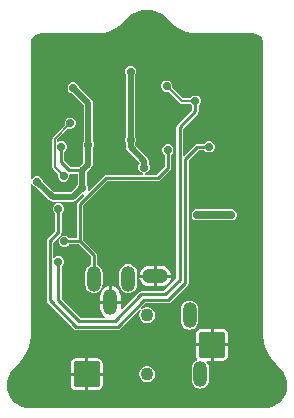
<source format=gbr>
%TF.GenerationSoftware,Altium Limited,Altium Designer,22.5.1 (42)*%
G04 Layer_Physical_Order=2*
G04 Layer_Color=15441517*
%FSLAX45Y45*%
%MOMM*%
%TF.SameCoordinates,A79CAE12-DCBF-455A-9705-E792248E02F7*%
%TF.FilePolarity,Positive*%
%TF.FileFunction,Copper,L2,Bot,Signal*%
%TF.Part,Single*%
G01*
G75*
%TA.AperFunction,Conductor*%
%ADD30C,0.12700*%
%ADD31C,0.50800*%
%ADD33C,0.25400*%
%ADD34C,0.20320*%
%ADD35C,0.63500*%
%TA.AperFunction,ComponentPad*%
%ADD38C,1.10000*%
G04:AMPARAMS|DCode=39|XSize=2.2mm|YSize=2.2mm|CornerRadius=0.22mm|HoleSize=0mm|Usage=FLASHONLY|Rotation=270.000|XOffset=0mm|YOffset=0mm|HoleType=Round|Shape=RoundedRectangle|*
%AMROUNDEDRECTD39*
21,1,2.20000,1.76000,0,0,270.0*
21,1,1.76000,2.20000,0,0,270.0*
1,1,0.44000,-0.88000,-0.88000*
1,1,0.44000,-0.88000,0.88000*
1,1,0.44000,0.88000,0.88000*
1,1,0.44000,0.88000,-0.88000*
%
%ADD39ROUNDEDRECTD39*%
G04:AMPARAMS|DCode=40|XSize=2.2mm|YSize=1.2mm|CornerRadius=0.6mm|HoleSize=0mm|Usage=FLASHONLY|Rotation=270.000|XOffset=0mm|YOffset=0mm|HoleType=Round|Shape=RoundedRectangle|*
%AMROUNDEDRECTD40*
21,1,2.20000,0.00000,0,0,270.0*
21,1,1.00000,1.20000,0,0,270.0*
1,1,1.20000,0.00000,-0.50000*
1,1,1.20000,0.00000,0.50000*
1,1,1.20000,0.00000,0.50000*
1,1,1.20000,0.00000,-0.50000*
%
%ADD40ROUNDEDRECTD40*%
G04:AMPARAMS|DCode=41|XSize=2.2mm|YSize=1.2mm|CornerRadius=0.6mm|HoleSize=0mm|Usage=FLASHONLY|Rotation=180.000|XOffset=0mm|YOffset=0mm|HoleType=Round|Shape=RoundedRectangle|*
%AMROUNDEDRECTD41*
21,1,2.20000,0.00000,0,0,180.0*
21,1,1.00000,1.20000,0,0,180.0*
1,1,1.20000,-0.50000,0.00000*
1,1,1.20000,0.50000,0.00000*
1,1,1.20000,0.50000,0.00000*
1,1,1.20000,-0.50000,0.00000*
%
%ADD41ROUNDEDRECTD41*%
%TA.AperFunction,ViaPad*%
%ADD42C,3.70000*%
%ADD43C,0.70000*%
G36*
X0Y185713D02*
X1786Y186452D01*
X44490Y182246D01*
X87271Y169269D01*
X126697Y148195D01*
X159868Y120973D01*
X160608Y119187D01*
X200095Y79700D01*
X200389Y79578D01*
X238442Y47077D01*
X281363Y20776D01*
X327869Y1512D01*
X376817Y-10239D01*
X426706Y-14166D01*
X427000Y-14288D01*
X900000D01*
X901018Y-13866D01*
X922328Y-16671D01*
X943134Y-25290D01*
X961001Y-38999D01*
X974710Y-56866D01*
X983328Y-77672D01*
X984617Y-87457D01*
X985712Y-100000D01*
X985712Y-100000D01*
X985713Y-112680D01*
Y-2448736D01*
Y-2573000D01*
X985834Y-2573295D01*
X989761Y-2623183D01*
X1001512Y-2672131D01*
X1020776Y-2718637D01*
X1047077Y-2761558D01*
X1079578Y-2799611D01*
X1079700Y-2799905D01*
X1089897Y-2810102D01*
X1089897Y-2810103D01*
X1119186Y-2839392D01*
X1120973Y-2840132D01*
X1148195Y-2873302D01*
X1169269Y-2912729D01*
X1182246Y-2955510D01*
X1186452Y-2998214D01*
X1185712Y-3000000D01*
X1186290Y-3001395D01*
X1182845Y-3036370D01*
X1172237Y-3071343D01*
X1155009Y-3103574D01*
X1131824Y-3131824D01*
X1103574Y-3155009D01*
X1071343Y-3172237D01*
X1036370Y-3182846D01*
X1001395Y-3186290D01*
X1000000Y-3185712D01*
X-1000000D01*
X-1001396Y-3186290D01*
X-1036371Y-3182846D01*
X-1071343Y-3172237D01*
X-1103574Y-3155009D01*
X-1131825Y-3131824D01*
X-1155009Y-3103574D01*
X-1172237Y-3071343D01*
X-1182846Y-3036370D01*
X-1185196Y-3012510D01*
X-1185712Y-3000000D01*
X-1185712D01*
X-1185390Y-2987433D01*
X-1182246Y-2955509D01*
X-1169269Y-2912729D01*
X-1148195Y-2873302D01*
X-1120973Y-2840132D01*
X-1119186Y-2839392D01*
X-1089897Y-2810103D01*
X-1079700Y-2799905D01*
X-1079700Y-2799905D01*
X-1079700Y-2799905D01*
X-1079578Y-2799611D01*
X-1047077Y-2761558D01*
X-1020776Y-2718637D01*
X-1001512Y-2672131D01*
X-989761Y-2623183D01*
X-985834Y-2573294D01*
X-985713Y-2573000D01*
Y-2448736D01*
Y-1293315D01*
X-973013Y-1290789D01*
X-970435Y-1297010D01*
X-957017Y-1310429D01*
X-939486Y-1317691D01*
X-937235D01*
X-827457Y-1427469D01*
X-814854Y-1435889D01*
X-799988Y-1438847D01*
X-625000D01*
X-610134Y-1435889D01*
X-597531Y-1427469D01*
X-544919Y-1374856D01*
X-538692Y-1374737D01*
X-533331Y-1387337D01*
X-585497Y-1439503D01*
X-591111Y-1447905D01*
X-593082Y-1457815D01*
Y-1749102D01*
X-659097D01*
X-659562Y-1747980D01*
X-672980Y-1734562D01*
X-690512Y-1727300D01*
X-709488D01*
X-727020Y-1734562D01*
X-740438Y-1747980D01*
X-747700Y-1765512D01*
Y-1784488D01*
X-740438Y-1802020D01*
X-727020Y-1815438D01*
X-709488Y-1822700D01*
X-690512D01*
X-672980Y-1815438D01*
X-659562Y-1802020D01*
X-659097Y-1800898D01*
X-577912D01*
X-475898Y-1902911D01*
Y-1972036D01*
X-486665Y-1976496D01*
X-501851Y-1988149D01*
X-513504Y-2003335D01*
X-520830Y-2021021D01*
X-523328Y-2039999D01*
Y-2139999D01*
X-520830Y-2158978D01*
X-513504Y-2176663D01*
X-501851Y-2191850D01*
X-486665Y-2203503D01*
X-468979Y-2210828D01*
X-450001Y-2213327D01*
X-431023Y-2210828D01*
X-413337Y-2203503D01*
X-398151Y-2191850D01*
X-386498Y-2176663D01*
X-379172Y-2158978D01*
X-376674Y-2139999D01*
Y-2039999D01*
X-379172Y-2021021D01*
X-386498Y-2003335D01*
X-398151Y-1988149D01*
X-413337Y-1976496D01*
X-424103Y-1972036D01*
Y-1892184D01*
X-426075Y-1882273D01*
X-431688Y-1873872D01*
X-541287Y-1764273D01*
Y-1468542D01*
X-334830Y-1262085D01*
X88812D01*
X98723Y-1260114D01*
X107124Y-1254500D01*
X193312Y-1168312D01*
X198926Y-1159911D01*
X200897Y-1150000D01*
Y-1040903D01*
X202020Y-1040438D01*
X215438Y-1027020D01*
X222700Y-1009488D01*
Y-990512D01*
X215438Y-972980D01*
X202020Y-959562D01*
X184488Y-952300D01*
X165512D01*
X147980Y-959562D01*
X134562Y-972980D01*
X127300Y-990512D01*
Y-1009488D01*
X134562Y-1027020D01*
X147980Y-1040438D01*
X149102Y-1040903D01*
Y-1139273D01*
X78085Y-1210290D01*
X-15247D01*
X-15512Y-1197700D01*
X2020Y-1190438D01*
X15438Y-1177020D01*
X22700Y-1159488D01*
Y-1140512D01*
X15438Y-1122980D01*
X13847Y-1121389D01*
Y-1091558D01*
X10889Y-1076692D01*
X2469Y-1064089D01*
X-101014Y-960607D01*
Y-946192D01*
X-99422Y-944601D01*
X-92160Y-927069D01*
Y-908093D01*
X-99422Y-890561D01*
X-101014Y-888970D01*
Y-366277D01*
X-99422Y-364685D01*
X-92160Y-347154D01*
Y-328177D01*
X-99422Y-310646D01*
X-112840Y-297227D01*
X-130372Y-289966D01*
X-149348D01*
X-166880Y-297227D01*
X-180298Y-310646D01*
X-187560Y-328177D01*
Y-347154D01*
X-180298Y-364685D01*
X-178707Y-366277D01*
Y-888970D01*
X-180298Y-890561D01*
X-187560Y-908093D01*
Y-927069D01*
X-180298Y-944601D01*
X-178707Y-946192D01*
Y-976698D01*
X-175749Y-991563D01*
X-167329Y-1004166D01*
X-63846Y-1107649D01*
Y-1121389D01*
X-65438Y-1122980D01*
X-72700Y-1140512D01*
Y-1159488D01*
X-65438Y-1177020D01*
X-52020Y-1190438D01*
X-34488Y-1197700D01*
X-34753Y-1210290D01*
X-345557D01*
X-355468Y-1212261D01*
X-363870Y-1217875D01*
X-494261Y-1348266D01*
X-505027Y-1341072D01*
X-502300Y-1334488D01*
Y-1315512D01*
X-509562Y-1297980D01*
X-511153Y-1296389D01*
Y-1191091D01*
X-472531Y-1152469D01*
X-464111Y-1139866D01*
X-461154Y-1125000D01*
Y-986364D01*
X-457062Y-982272D01*
X-449800Y-964741D01*
Y-945764D01*
X-457062Y-928233D01*
X-458653Y-926641D01*
Y-602500D01*
X-461610Y-587635D01*
X-470031Y-575032D01*
X-577300Y-467763D01*
Y-465512D01*
X-584562Y-447980D01*
X-597980Y-434562D01*
X-615512Y-427300D01*
X-634488D01*
X-652020Y-434562D01*
X-665438Y-447980D01*
X-672700Y-465512D01*
Y-484488D01*
X-665438Y-502020D01*
X-652020Y-515438D01*
X-634488Y-522700D01*
X-632237D01*
X-536346Y-618591D01*
Y-926641D01*
X-537938Y-928233D01*
X-545200Y-945764D01*
Y-964741D01*
X-538847Y-980078D01*
Y-1108909D01*
X-577468Y-1147531D01*
X-578518Y-1149102D01*
X-646599D01*
X-699102Y-1096599D01*
Y-1015903D01*
X-697980Y-1015438D01*
X-684562Y-1002020D01*
X-677300Y-984488D01*
Y-965512D01*
X-684562Y-947980D01*
X-697980Y-934562D01*
X-715512Y-927300D01*
X-734488D01*
X-750228Y-933820D01*
X-762928Y-928877D01*
Y-915397D01*
X-667085Y-819553D01*
X-659488Y-822700D01*
X-640512D01*
X-622980Y-815438D01*
X-609562Y-802020D01*
X-602300Y-784488D01*
Y-765512D01*
X-609562Y-747980D01*
X-622980Y-734562D01*
X-640512Y-727300D01*
X-659488D01*
X-677020Y-734562D01*
X-690438Y-747980D01*
X-697700Y-765512D01*
Y-784488D01*
X-694553Y-792085D01*
X-796086Y-893617D01*
X-800296Y-899918D01*
X-801774Y-907351D01*
Y-1147220D01*
X-800296Y-1154654D01*
X-796086Y-1160955D01*
X-751839Y-1205201D01*
X-754986Y-1212798D01*
Y-1231774D01*
X-747724Y-1249306D01*
X-734305Y-1262724D01*
X-716774Y-1269986D01*
X-697797D01*
X-680266Y-1262724D01*
X-666848Y-1249306D01*
X-659586Y-1231774D01*
Y-1213310D01*
X-659466Y-1212385D01*
X-650769Y-1200898D01*
X-588846D01*
Y-1296389D01*
X-590438Y-1297980D01*
X-597700Y-1315512D01*
Y-1317763D01*
X-641091Y-1361153D01*
X-783897D01*
X-882297Y-1262753D01*
Y-1260502D01*
X-889559Y-1242971D01*
X-902978Y-1229553D01*
X-920509Y-1222291D01*
X-939486D01*
X-957017Y-1229553D01*
X-970435Y-1242971D01*
X-973013Y-1249192D01*
X-985713Y-1246666D01*
Y-100000D01*
X-986134Y-98982D01*
X-983329Y-77672D01*
X-974711Y-56866D01*
X-961001Y-38999D01*
X-943134Y-25290D01*
X-922328Y-16671D01*
X-901018Y-13866D01*
X-900000Y-14288D01*
X-427000D01*
X-426706Y-14166D01*
X-376817Y-10239D01*
X-327870Y1512D01*
X-281363Y20776D01*
X-238442Y47077D01*
X-200389Y79578D01*
X-200095Y79700D01*
X-160608Y119186D01*
X-159868Y120973D01*
X-126698Y148195D01*
X-87271Y169269D01*
X-44490Y182246D01*
X-1786Y186452D01*
X0Y185713D01*
D02*
G37*
%LPC*%
G36*
X174250Y-414122D02*
X155274D01*
X137742Y-421384D01*
X124324Y-434802D01*
X117062Y-452334D01*
Y-471310D01*
X124324Y-488842D01*
X137742Y-502260D01*
X155274Y-509522D01*
X174250D01*
X177962Y-507984D01*
X275293Y-605315D01*
X282854Y-610368D01*
X291774Y-612142D01*
X368023D01*
X369561Y-615854D01*
X382979Y-629272D01*
X384101Y-629737D01*
Y-663544D01*
X256688Y-790957D01*
X251074Y-799359D01*
X249102Y-809270D01*
Y-2089273D01*
X139273Y-2199103D01*
X-50000D01*
X-59911Y-2201074D01*
X-68313Y-2206688D01*
X-212484Y-2350859D01*
X-224513Y-2344927D01*
X-223864Y-2340000D01*
Y-2302700D01*
X-310001D01*
X-396137D01*
Y-2340000D01*
X-393202Y-2362294D01*
X-384597Y-2383069D01*
X-370909Y-2400908D01*
X-357232Y-2411402D01*
X-361543Y-2424102D01*
X-564273D01*
X-724102Y-2264273D01*
Y-1990903D01*
X-722980Y-1990438D01*
X-709562Y-1977020D01*
X-702300Y-1959488D01*
Y-1940512D01*
X-709562Y-1922980D01*
X-722980Y-1909562D01*
X-740512Y-1902300D01*
X-759488D01*
X-777020Y-1909562D01*
X-786402Y-1918944D01*
X-799102Y-1913684D01*
Y-1785727D01*
X-731688Y-1718313D01*
X-726074Y-1709911D01*
X-724102Y-1700000D01*
Y-1540903D01*
X-722980Y-1540438D01*
X-709562Y-1527020D01*
X-702300Y-1509488D01*
Y-1490512D01*
X-709562Y-1472980D01*
X-722980Y-1459562D01*
X-740512Y-1452300D01*
X-759488D01*
X-777020Y-1459562D01*
X-790438Y-1472980D01*
X-797700Y-1490512D01*
Y-1509488D01*
X-790438Y-1527020D01*
X-777020Y-1540438D01*
X-775898Y-1540903D01*
Y-1689273D01*
X-843312Y-1756688D01*
X-848926Y-1765089D01*
X-850897Y-1775000D01*
Y-2275000D01*
X-848926Y-2284911D01*
X-843312Y-2293313D01*
X-618312Y-2518312D01*
X-609911Y-2523926D01*
X-600000Y-2525898D01*
X-250000D01*
X-240089Y-2523926D01*
X-231688Y-2518312D01*
X-63388Y-2350013D01*
X-54175Y-2358431D01*
X-63088Y-2373868D01*
X-67701Y-2391087D01*
Y-2408912D01*
X-63088Y-2426131D01*
X-54175Y-2441568D01*
X-41570Y-2454173D01*
X-26133Y-2463086D01*
X-8914Y-2467699D01*
X8912D01*
X26130Y-2463086D01*
X41567Y-2454173D01*
X54172Y-2441568D01*
X63085Y-2426131D01*
X67699Y-2408912D01*
Y-2391087D01*
X63085Y-2373868D01*
X54172Y-2358431D01*
X41567Y-2345826D01*
X26130Y-2336913D01*
X8912Y-2332300D01*
X-8914D01*
X-26133Y-2336913D01*
X-41570Y-2345826D01*
X-49988Y-2336613D01*
X-14273Y-2300898D01*
X175000D01*
X184910Y-2298926D01*
X193312Y-2293312D01*
X343312Y-2143312D01*
X348926Y-2134910D01*
X350898Y-2125000D01*
Y-1085727D01*
X435727Y-1000898D01*
X484097D01*
X484562Y-1002020D01*
X497980Y-1015438D01*
X515512Y-1022700D01*
X534488D01*
X552020Y-1015438D01*
X565438Y-1002020D01*
X572700Y-984488D01*
Y-965512D01*
X565438Y-947980D01*
X552020Y-934562D01*
X534488Y-927300D01*
X515512D01*
X497980Y-934562D01*
X484562Y-947980D01*
X484097Y-949102D01*
X425000D01*
X415089Y-951074D01*
X406688Y-956688D01*
X313598Y-1049778D01*
X300898Y-1044517D01*
Y-819997D01*
X428311Y-692583D01*
X433925Y-684182D01*
X435896Y-674271D01*
Y-629737D01*
X437018Y-629272D01*
X450437Y-615854D01*
X457699Y-598322D01*
Y-579346D01*
X450437Y-561814D01*
X437018Y-548396D01*
X419487Y-541134D01*
X400511D01*
X382979Y-548396D01*
X369561Y-561814D01*
X368023Y-565526D01*
X301428D01*
X210924Y-475022D01*
X212462Y-471310D01*
Y-452334D01*
X205200Y-434802D01*
X191782Y-421384D01*
X174250Y-414122D01*
D02*
G37*
G36*
X720848Y-1502300D02*
X701872D01*
X696128Y-1504679D01*
X440232D01*
X434488Y-1502300D01*
X415512D01*
X397980Y-1509562D01*
X384562Y-1522980D01*
X377300Y-1540512D01*
Y-1559488D01*
X384562Y-1577020D01*
X397980Y-1590438D01*
X415512Y-1597700D01*
X434488D01*
X440233Y-1595321D01*
X696128D01*
X701872Y-1597700D01*
X720848D01*
X738380Y-1590438D01*
X751798Y-1577020D01*
X759060Y-1559488D01*
Y-1540512D01*
X751798Y-1522980D01*
X738380Y-1509562D01*
X720848Y-1502300D01*
D02*
G37*
G36*
X120000Y-1983863D02*
X82700D01*
Y-2057300D01*
X204465D01*
X203202Y-2047706D01*
X194596Y-2026932D01*
X180908Y-2009092D01*
X163068Y-1995404D01*
X142294Y-1986798D01*
X120000Y-1983863D01*
D02*
G37*
G36*
X57300D02*
X19999D01*
X-2294Y-1986798D01*
X-23069Y-1995404D01*
X-40908Y-2009092D01*
X-54597Y-2026932D01*
X-63202Y-2047706D01*
X-64465Y-2057300D01*
X57300D01*
Y-1983863D01*
D02*
G37*
G36*
X204465Y-2082700D02*
X82700D01*
Y-2156137D01*
X120000D01*
X142294Y-2153202D01*
X163068Y-2144597D01*
X180908Y-2130908D01*
X194596Y-2113068D01*
X203202Y-2092294D01*
X204465Y-2082700D01*
D02*
G37*
G36*
X57300D02*
X-64465D01*
X-63202Y-2092294D01*
X-54597Y-2113068D01*
X-40908Y-2130908D01*
X-23069Y-2144597D01*
X-2294Y-2153202D01*
X19999Y-2156137D01*
X57300D01*
Y-2082700D01*
D02*
G37*
G36*
X-160000Y-1966673D02*
X-178979Y-1969171D01*
X-196664Y-1976497D01*
X-211851Y-1988150D01*
X-223504Y-2003336D01*
X-230829Y-2021022D01*
X-233328Y-2040000D01*
Y-2140000D01*
X-230829Y-2158979D01*
X-223504Y-2176664D01*
X-211851Y-2191851D01*
X-196664Y-2203504D01*
X-178979Y-2210829D01*
X-160000Y-2213328D01*
X-141022Y-2210829D01*
X-123337Y-2203504D01*
X-108150Y-2191851D01*
X-96497Y-2176664D01*
X-89172Y-2158979D01*
X-86673Y-2140000D01*
Y-2040000D01*
X-89172Y-2021022D01*
X-96497Y-2003336D01*
X-108150Y-1988150D01*
X-123337Y-1976497D01*
X-141022Y-1969171D01*
X-160000Y-1966673D01*
D02*
G37*
G36*
X-297301Y-2155535D02*
Y-2277300D01*
X-223864D01*
Y-2240000D01*
X-226799Y-2217706D01*
X-235404Y-2196931D01*
X-249093Y-2179092D01*
X-266932Y-2165403D01*
X-287707Y-2156798D01*
X-297301Y-2155535D01*
D02*
G37*
G36*
X-322701Y-2155535D02*
X-332294Y-2156798D01*
X-353069Y-2165403D01*
X-370909Y-2179092D01*
X-384597Y-2196931D01*
X-393202Y-2217706D01*
X-396137Y-2240000D01*
Y-2277300D01*
X-322701D01*
Y-2155535D01*
D02*
G37*
G36*
X359999Y-2276673D02*
X341021Y-2279172D01*
X323336Y-2286497D01*
X308149Y-2298150D01*
X296496Y-2313337D01*
X289171Y-2331022D01*
X286672Y-2350001D01*
Y-2450001D01*
X289171Y-2468979D01*
X296496Y-2486665D01*
X308149Y-2501851D01*
X323336Y-2513504D01*
X341021Y-2520830D01*
X359999Y-2523328D01*
X378978Y-2520830D01*
X396663Y-2513504D01*
X411850Y-2501851D01*
X423503Y-2486665D01*
X430828Y-2468979D01*
X433327Y-2450001D01*
Y-2350001D01*
X430828Y-2331022D01*
X423503Y-2313337D01*
X411850Y-2298150D01*
X396663Y-2286497D01*
X378978Y-2279172D01*
X359999Y-2276673D01*
D02*
G37*
G36*
X637999Y-2513671D02*
X562699D01*
Y-2637300D01*
X686328D01*
Y-2561999D01*
X682649Y-2543505D01*
X672172Y-2527826D01*
X656493Y-2517350D01*
X637999Y-2513671D01*
D02*
G37*
G36*
X537299D02*
X461999D01*
X443504Y-2517350D01*
X427825Y-2527826D01*
X417349Y-2543505D01*
X413670Y-2561999D01*
Y-2637300D01*
X537299D01*
Y-2513671D01*
D02*
G37*
G36*
X686328Y-2662700D02*
X562699D01*
Y-2786328D01*
X637999D01*
X656493Y-2782650D01*
X672172Y-2772173D01*
X682649Y-2756494D01*
X686328Y-2738000D01*
Y-2662700D01*
D02*
G37*
G36*
X-422001Y-2763671D02*
X-497301D01*
Y-2887301D01*
X-373672D01*
Y-2812000D01*
X-377351Y-2793505D01*
X-387827Y-2777826D01*
X-403506Y-2767350D01*
X-422001Y-2763671D01*
D02*
G37*
G36*
X-522701D02*
X-598001D01*
X-616495Y-2767350D01*
X-632174Y-2777826D01*
X-642651Y-2793505D01*
X-646329Y-2812000D01*
Y-2887301D01*
X-522701D01*
Y-2763671D01*
D02*
G37*
G36*
X8913Y-2832300D02*
X-8913D01*
X-26131Y-2836914D01*
X-41569Y-2845827D01*
X-54173Y-2858431D01*
X-63086Y-2873869D01*
X-67700Y-2891087D01*
Y-2908913D01*
X-63086Y-2926131D01*
X-54173Y-2941569D01*
X-41569Y-2954173D01*
X-26131Y-2963086D01*
X-8913Y-2967700D01*
X8913D01*
X26131Y-2963086D01*
X41569Y-2954173D01*
X54173Y-2941569D01*
X63086Y-2926131D01*
X67700Y-2908913D01*
Y-2891087D01*
X63086Y-2873869D01*
X54173Y-2858431D01*
X41569Y-2845827D01*
X26131Y-2836914D01*
X8913Y-2832300D01*
D02*
G37*
G36*
X537299Y-2662700D02*
X413670D01*
Y-2738000D01*
X417349Y-2756494D01*
X424987Y-2767925D01*
X422810Y-2780750D01*
X421403Y-2783156D01*
X413336Y-2786497D01*
X398149Y-2798150D01*
X386496Y-2813337D01*
X379171Y-2831022D01*
X376672Y-2850000D01*
Y-2950001D01*
X379171Y-2968979D01*
X386496Y-2986664D01*
X398149Y-3001851D01*
X413336Y-3013504D01*
X431021Y-3020829D01*
X450000Y-3023328D01*
X468978Y-3020829D01*
X486663Y-3013504D01*
X501850Y-3001851D01*
X513503Y-2986664D01*
X520828Y-2968979D01*
X523327Y-2950001D01*
Y-2850000D01*
X520828Y-2831022D01*
X513503Y-2813337D01*
X502524Y-2799028D01*
X503229Y-2795162D01*
X507305Y-2786328D01*
X537299D01*
Y-2662700D01*
D02*
G37*
G36*
X-373672Y-2912701D02*
X-497301D01*
Y-3036328D01*
X-422001D01*
X-403506Y-3032650D01*
X-387827Y-3022173D01*
X-377351Y-3006494D01*
X-373672Y-2988000D01*
Y-2912701D01*
D02*
G37*
G36*
X-522701D02*
X-646329D01*
Y-2988000D01*
X-642651Y-3006494D01*
X-632174Y-3022173D01*
X-616495Y-3032650D01*
X-598001Y-3036328D01*
X-522701D01*
Y-2912701D01*
D02*
G37*
%LPD*%
D30*
X-782351Y-1147220D02*
X-707286Y-1222286D01*
X-782351Y-907351D02*
X-650000Y-775000D01*
X-782351Y-1147220D02*
Y-907351D01*
D31*
X-497500Y-955252D02*
Y-602500D01*
X-625000Y-475000D02*
X-497500Y-602500D01*
X-929997Y-1269991D02*
X-799988Y-1400000D01*
X-625000D01*
X-550000Y-1325000D01*
X-500000Y-957753D02*
X-497500Y-955252D01*
X-500000Y-1125000D02*
Y-957753D01*
X-550000Y-1175000D02*
X-500000Y-1125000D01*
X-550000Y-1325000D02*
Y-1175000D01*
X-139860Y-917581D02*
Y-337666D01*
Y-976698D02*
Y-917581D01*
Y-976698D02*
X-25000Y-1091558D01*
Y-1150000D02*
Y-1091558D01*
D33*
X425000Y-975000D02*
X525000D01*
X325000Y-1075000D02*
X425000Y-975000D01*
X325000Y-2125000D02*
Y-1075000D01*
X175000Y-2275000D02*
X325000Y-2125000D01*
X-25000Y-2275000D02*
X175000D01*
X-250000Y-2500000D02*
X-25000Y-2275000D01*
X-600000Y-2500000D02*
X-250000D01*
X-825000Y-2275000D02*
X-600000Y-2500000D01*
X-825000Y-2275000D02*
Y-1775000D01*
X-750000Y-1700000D01*
Y-1500000D01*
X409999Y-674271D02*
Y-588834D01*
X275000Y-809270D02*
X409999Y-674271D01*
X275000Y-2100000D02*
Y-809270D01*
X150000Y-2225000D02*
X275000Y-2100000D01*
X-50000Y-2225000D02*
X150000D01*
X-275000Y-2450000D02*
X-50000Y-2225000D01*
X-575000Y-2450000D02*
X-275000D01*
X-750000Y-2275000D02*
X-575000Y-2450000D01*
X-750000Y-2275000D02*
Y-1950000D01*
X-657327Y-1175000D02*
X-550000D01*
X-725000Y-1107326D02*
X-657327Y-1175000D01*
X-725000Y-1107326D02*
Y-975000D01*
X-567185Y-1457815D02*
X-345557Y-1236188D01*
X88812D01*
X175000Y-1150000D01*
Y-1000000D01*
X-700000Y-1775000D02*
X-567185D01*
Y-1457815D01*
Y-1775000D02*
X-450001Y-1892184D01*
Y-2089999D02*
Y-1892184D01*
D34*
X164762Y-461822D02*
X291774Y-588834D01*
X409999D01*
D35*
X425000Y-1550000D02*
X425000Y-1550000D01*
X711360D01*
D38*
X-1Y-2400000D02*
D03*
X0Y-2900000D02*
D03*
D39*
X549999Y-2650000D02*
D03*
X-510001Y-2900000D02*
D03*
D40*
X-450001Y-2089999D02*
D03*
X-310001Y-2290000D02*
D03*
X450000Y-2900001D02*
D03*
X-160000Y-2090000D02*
D03*
X359999Y-2400001D02*
D03*
D41*
X70000Y-2070000D02*
D03*
D42*
X1000000Y-3000000D02*
D03*
X-1000000D02*
D03*
X0Y0D02*
D03*
D43*
X-625000Y-475000D02*
D03*
X-726340Y-1312949D02*
D03*
X-929997Y-1269991D02*
D03*
X525000Y-975000D02*
D03*
X-497500Y-955252D02*
D03*
X-550000Y-1325000D02*
D03*
X-941987Y-1592548D02*
D03*
X-839956Y-1093817D02*
D03*
X600000Y-175000D02*
D03*
X500000Y-700000D02*
D03*
X575000Y-1100000D02*
D03*
X0Y-1325000D02*
D03*
X100000D02*
D03*
X-633954Y-2019429D02*
D03*
X-633451Y-1605708D02*
D03*
X-393705Y-963510D02*
D03*
X-628410Y-961404D02*
D03*
X-725000Y-975000D02*
D03*
X-750000Y-550000D02*
D03*
X150000Y-375000D02*
D03*
X164762Y-461822D02*
D03*
X-375000Y-625000D02*
D03*
X-350000Y-750000D02*
D03*
X-650000Y-1075000D02*
D03*
Y-775000D02*
D03*
X-707286Y-1222286D02*
D03*
X425000Y-1550000D02*
D03*
X711360Y-1550000D02*
D03*
X-139860Y-337666D02*
D03*
X-25000Y-1150000D02*
D03*
X-139860Y-917581D02*
D03*
X175000Y-1000000D02*
D03*
X-750000Y-1500000D02*
D03*
Y-1950000D02*
D03*
X-700000Y-1775000D02*
D03*
Y-350000D02*
D03*
X-500000D02*
D03*
X409999Y-588834D02*
D03*
%TF.MD5,0d17d1a3b9e9e897994f735284a80f8f*%
M02*

</source>
